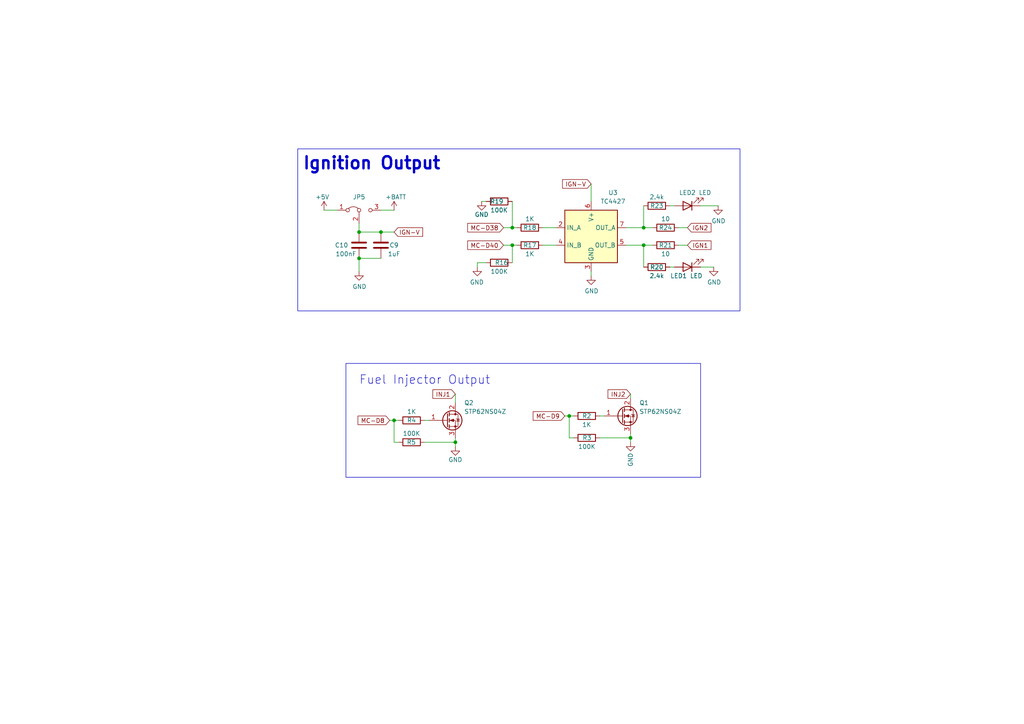
<source format=kicad_sch>
(kicad_sch (version 20230121) (generator eeschema)
  (paper "A4")
  (title_block (title "Pre-Ignition X2") (date "2023-06-15") (rev "B") (company "DetonationEMS"))
  (lib_symbols
    (symbol "Device:C" (pin_numbers hide) (pin_names (offset 0.254))
      (property "Reference" "C" (at 0.635 2.54 0))
      (property "Value" "C" (at 0.635 -2.54 0))
      (symbol "C_0_1"
        (polyline (pts (xy -2.032 -0.762) (xy 2.032 -0.762)) (stroke (width 0.508)))
        (polyline (pts (xy -2.032 0.762) (xy 2.032 0.762)) (stroke (width 0.508)))
      )
      (symbol "C_1_1"
        (pin passive line (at 0 3.81 270) (length 2.794) (name "~") (number "1"))
        (pin passive line (at 0 -3.81 90) (length 2.794) (name "~") (number "2"))
      )
    )
    (symbol "Device:LED" (pin_numbers hide) (pin_names (offset 1.016) hide)
      (property "Reference" "D" (at 0 2.54 0))
      (property "Value" "LED" (at 0 -2.54 0))
      (symbol "LED_0_1"
        (polyline (pts (xy -1.27 -1.27) (xy -1.27 1.27)) (stroke (width 0.254)))
        (polyline (pts (xy -1.27 0) (xy 1.27 0)))
        (polyline (pts (xy 1.27 -1.27) (xy 1.27 1.27) (xy -1.27 0) (xy 1.27 -1.27)) (stroke (width 0.254)))
        (polyline (pts (xy -3.048 -0.762) (xy -4.572 -2.286) (xy -3.81 -2.286) (xy -4.572 -2.286) (xy -4.572 -1.524)))
        (polyline (pts (xy -1.778 -0.762) (xy -3.302 -2.286) (xy -2.54 -2.286) (xy -3.302 -2.286) (xy -3.302 -1.524)))
      )
      (symbol "LED_1_1"
        (pin passive line (at -3.81 0 0) (length 2.54) (name "K") (number "1"))
        (pin passive line (at 3.81 0 180) (length 2.54) (name "A") (number "2"))
      )
    )
    (symbol "Device:Q_NMOS_GDS" (pin_names (offset 0) hide)
      (property "Reference" "Q" (at 5.08 1.27 0))
      (property "Value" "Q_NMOS_GDS" (at 5.08 -1.27 0))
      (symbol "Q_NMOS_GDS_0_1"
        (polyline (pts (xy 0.254 0) (xy -2.54 0)))
        (polyline (pts (xy 0.254 1.905) (xy 0.254 -1.905)) (stroke (width 0.254)))
        (polyline (pts (xy 0.762 -1.27) (xy 0.762 -2.286)) (stroke (width 0.254)))
        (polyline (pts (xy 0.762 0.508) (xy 0.762 -0.508)) (stroke (width 0.254)))
        (polyline (pts (xy 0.762 2.286) (xy 0.762 1.27)) (stroke (width 0.254)))
        (polyline (pts (xy 2.54 2.54) (xy 2.54 1.778)))
        (polyline (pts (xy 2.54 -2.54) (xy 2.54 0) (xy 0.762 0)))
        (polyline (pts (xy 0.762 -1.778) (xy 3.302 -1.778) (xy 3.302 1.778) (xy 0.762 1.778)))
        (polyline (pts (xy 1.016 0) (xy 2.032 0.381) (xy 2.032 -0.381) (xy 1.016 0)) (fill (type outline)))
        (polyline (pts (xy 2.794 0.508) (xy 2.921 0.381) (xy 3.683 0.381) (xy 3.81 0.254)))
        (polyline (pts (xy 3.302 0.381) (xy 2.921 -0.254) (xy 3.683 -0.254) (xy 3.302 0.381)))
        (circle (center 1.651 0) (radius 2.794) (stroke (width 0.254)))
        (circle (center 2.54 -1.778) (radius 0.254) (fill (type outline)))
        (circle (center 2.54 1.778) (radius 0.254) (fill (type outline)))
      )
      (symbol "Q_NMOS_GDS_1_1"
        (pin input line (at -5.08 0 0) (length 2.54) (name "G") (number "1"))
        (pin passive line (at 2.54 5.08 270) (length 2.54) (name "D") (number "2"))
        (pin passive line (at 2.54 -5.08 90) (length 2.54) (name "S") (number "3"))
      )
    )
    (symbol "Device:R" (pin_numbers hide) (pin_names (offset 0))
      (property "Reference" "R" (at 2.032 0 90))
      (property "Value" "R" (at 0 0 90))
      (symbol "R_0_1"
        (rectangle (start -1.016 -2.54) (end 1.016 2.54) (stroke (width 0.254)))
      )
      (symbol "R_1_1"
        (pin passive line (at 0 3.81 270) (length 1.27) (name "~") (number "1"))
        (pin passive line (at 0 -3.81 90) (length 1.27) (name "~") (number "2"))
      )
    )
    (symbol "Driver_FET:MIC4427"
      (property "Reference" "U" (at -7.62 8.89 0))
      (property "Value" "MIC4427" (at 1.27 8.89 0))
      (symbol "MIC4427_0_1"
        (rectangle (start -7.62 -7.62) (end 7.62 7.62) (stroke (width 0.254)) (fill (type background)))
      )
      (symbol "MIC4427_1_1"
        (pin no_connect line (at -7.62 0 0) (length 2.54) hide (name "NC") (number "1"))
        (pin input line (at -10.16 2.54 0) (length 2.54) (name "IN_A") (number "2"))
        (pin power_in line (at 0 -10.16 90) (length 2.54) (name "GND") (number "3"))
        (pin input line (at -10.16 -2.54 0) (length 2.54) (name "IN_B") (number "4"))
        (pin output line (at 10.16 -2.54 180) (length 2.54) (name "OUT_B") (number "5"))
        (pin power_in line (at 0 10.16 270) (length 2.54) (name "V+") (number "6"))
        (pin output line (at 10.16 2.54 180) (length 2.54) (name "OUT_A") (number "7"))
        (pin no_connect line (at 7.62 0 180) (length 2.54) hide (name "NC") (number "8"))
      )
    )
    (symbol "Jumper:Jumper_3_Bridged12" (pin_names (offset 0) hide)
      (property "Reference" "JP" (at -2.54 -2.54 0))
      (property "Value" "Jumper_3_Bridged12" (at 0 2.794 0))
      (symbol "Jumper_3_Bridged12_0_0"
        (circle (center -3.302 0) (radius 0.508))
        (circle (center 0 0) (radius 0.508))
        (circle (center 3.302 0) (radius 0.508))
      )
      (symbol "Jumper_3_Bridged12_0_1"
        (arc (start -0.254 0.508) (mid -1.651 0.9912) (end -3.048 0.508))
        (polyline (pts (xy 0 -1.27) (xy 0 -0.508)))
      )
      (symbol "Jumper_3_Bridged12_1_1"
        (pin passive line (at -6.35 0 0) (length 2.54) (name "A") (number "1"))
        (pin passive line (at 0 -3.81 90) (length 2.54) (name "C") (number "2"))
        (pin passive line (at 6.35 0 180) (length 2.54) (name "B") (number "3"))
      )
    )
    (symbol "power:+5V" (power) (pin_names (offset 0))
      (property "Value" "+5V" (at 0 3.556 0))
      (symbol "+5V_0_1"
        (polyline (pts (xy -0.762 1.27) (xy 0 2.54)))
        (polyline (pts (xy 0 0) (xy 0 2.54)))
        (polyline (pts (xy 0 2.54) (xy 0.762 1.27)))
      )
      (symbol "+5V_1_1"
        (pin power_in line (at 0 0 90) (length 0) hide (name "+5V") (number "1"))
      )
    )
    (symbol "power:+BATT" (power) (pin_names (offset 0))
      (property "Value" "+BATT" (at 0 3.556 0))
      (symbol "+BATT_0_1"
        (polyline (pts (xy -0.762 1.27) (xy 0 2.54)))
        (polyline (pts (xy 0 0) (xy 0 2.54)))
        (polyline (pts (xy 0 2.54) (xy 0.762 1.27)))
      )
      (symbol "+BATT_1_1"
        (pin power_in line (at 0 0 90) (length 0) hide (name "+BATT") (number "1"))
      )
    )
    (symbol "power:GND" (power) (pin_names (offset 0))
      (property "Value" "GND" (at 0 -3.81 0))
      (symbol "GND_0_1"
        (polyline (pts (xy 0 0) (xy 0 -1.27) (xy 1.27 -1.27) (xy 0 -2.54) (xy -1.27 -1.27) (xy 0 -1.27)))
      )
      (symbol "GND_1_1"
        (pin power_in line (at 0 0 270) (length 0) hide (name "GND") (number "1"))
      )
    )
  )
  (junction (at 148.59 66.04))
  (junction (at 132.08 128.27))
  (junction (at 148.59 71.12))
  (junction (at 104.14 67.31))
  (junction (at 165.1 120.65))
  (junction (at 110.49 67.31))
  (junction (at 186.69 71.12))
  (junction (at 186.69 66.04))
  (junction (at 182.88 127))
  (junction (at 104.14 74.93))
  (junction (at 114.3 121.92))
  (wire (pts (xy 189.23 71.12) (xy 186.69 71.12)))
  (wire (pts (xy 123.19 121.92) (xy 124.46 121.92)))
  (wire (pts (xy 114.3 60.96) (xy 110.49 60.96)))
  (wire (pts (xy 181.61 66.04) (xy 186.69 66.04)))
  (wire (pts (xy 171.45 53.34) (xy 171.45 58.42)))
  (wire (pts (xy 123.19 128.27) (xy 132.08 128.27)))
  (wire (pts (xy 165.1 127) (xy 166.37 127)))
  (wire (pts (xy 97.79 60.96) (xy 93.98 60.96)))
  (wire (pts (xy 114.3 121.92) (xy 115.57 121.92)))
  (wire (pts (xy 165.1 120.65) (xy 165.1 127)))
  (wire (pts (xy 203.2 77.47) (xy 207.01 77.47)))
  (wire (pts (xy 186.69 71.12) (xy 181.61 71.12)))
  (wire (pts (xy 104.14 64.77) (xy 104.14 67.31)))
  (wire (pts (xy 132.08 114.3) (xy 132.08 116.84)))
  (wire (pts (xy 114.3 128.27) (xy 115.57 128.27)))
  (wire (pts (xy 132.08 129.54) (xy 132.08 128.27)))
  (wire (pts (xy 171.45 78.74) (xy 171.45 80.01)))
  (wire (pts (xy 182.88 114.3) (xy 182.88 115.57)))
  (wire (pts (xy 186.69 66.04) (xy 189.23 66.04)))
  (wire (pts (xy 163.83 120.65) (xy 165.1 120.65)))
  (wire (pts (xy 186.69 77.47) (xy 186.69 71.12)))
  (wire (pts (xy 157.48 66.04) (xy 161.29 66.04)))
  (wire (pts (xy 104.14 74.93) (xy 110.49 74.93)))
  (wire (pts (xy 140.97 76.2) (xy 138.43 76.2)))
  (wire (pts (xy 195.58 59.69) (xy 194.31 59.69)))
  (wire (pts (xy 138.43 76.2) (xy 138.43 77.47)))
  (wire (pts (xy 182.88 128.27) (xy 182.88 127)))
  (wire (pts (xy 148.59 71.12) (xy 148.59 76.2)))
  (wire (pts (xy 203.2 59.69) (xy 208.28 59.69)))
  (wire (pts (xy 165.1 120.65) (xy 166.37 120.65)))
  (wire (pts (xy 146.05 66.04) (xy 148.59 66.04)))
  (wire (pts (xy 161.29 71.12) (xy 157.48 71.12)))
  (wire (pts (xy 196.85 71.12) (xy 199.39 71.12)))
  (wire (pts (xy 148.59 71.12) (xy 149.86 71.12)))
  (wire (pts (xy 113.03 121.92) (xy 114.3 121.92)))
  (wire (pts (xy 104.14 78.74) (xy 104.14 74.93)))
  (wire (pts (xy 182.88 127) (xy 182.88 125.73)))
  (wire (pts (xy 139.7 58.42) (xy 140.97 58.42)))
  (wire (pts (xy 196.85 66.04) (xy 199.39 66.04)))
  (wire (pts (xy 173.99 127) (xy 182.88 127)))
  (wire (pts (xy 114.3 67.31) (xy 110.49 67.31)))
  (wire (pts (xy 186.69 59.69) (xy 186.69 66.04)))
  (wire (pts (xy 194.31 77.47) (xy 195.58 77.47)))
  (wire (pts (xy 114.3 121.92) (xy 114.3 128.27)))
  (wire (pts (xy 173.99 120.65) (xy 175.26 120.65)))
  (wire (pts (xy 146.05 71.12) (xy 148.59 71.12)))
  (wire (pts (xy 110.49 67.31) (xy 104.14 67.31)))
  (wire (pts (xy 148.59 58.42) (xy 148.59 66.04)))
  (wire (pts (xy 132.08 128.27) (xy 132.08 127)))
  (wire (pts (xy 148.59 66.04) (xy 149.86 66.04)))
  (rectangle (start 100.33 105.41) (end 203.2 138.43))
  (rectangle (start 86.36 43.18) (end 214.63 90.17))
  (text "Ignition Output" (at 87.63 49.53 0) (effects (font (size 3.5 3.5) (thickness 0.7) bold) (justify left bottom)))
  (text "Fuel Injector Output" (at 104.14 111.76 0) (effects (font (size 2.4892 2.4892)) (justify left bottom)))
  (global_label "MC-D38" (shape input) (at 146.05 66.04 180) (property "Intersheetrefs" "${INTERSHEET_REFS}" (effects hide)))
  (global_label "INJ2" (shape input) (at 182.88 114.3 180) (property "Intersheetrefs" "${INTERSHEET_REFS}" (effects hide)))
  (global_label "MC-D40" (shape input) (at 146.05 71.12 180) (property "Intersheetrefs" "${INTERSHEET_REFS}" (effects hide)))
  (global_label "IGN-V" (shape input) (at 114.3 67.31 0) (property "Intersheetrefs" "${INTERSHEET_REFS}" (effects hide)))
  (global_label "INJ1" (shape input) (at 132.08 114.3 180) (property "Intersheetrefs" "${INTERSHEET_REFS}" (effects hide)))
  (global_label "MC-D9" (shape input) (at 163.83 120.65 180) (property "Intersheetrefs" "${INTERSHEET_REFS}" (effects hide)))
  (global_label "IGN-V" (shape input) (at 171.45 53.34 180) (property "Intersheetrefs" "${INTERSHEET_REFS}" (effects hide)))
  (global_label "IGN2" (shape input) (at 199.39 66.04 0) (property "Intersheetrefs" "${INTERSHEET_REFS}" (effects hide)))
  (global_label "IGN1" (shape input) (at 199.39 71.12 0) (property "Intersheetrefs" "${INTERSHEET_REFS}" (effects hide)))
  (global_label "MC-D8" (shape input) (at 113.03 121.92 180) (property "Intersheetrefs" "${INTERSHEET_REFS}" (effects hide)))
  (symbol (lib_id "Device:C") (at 110.49 71.12 0) (unit 1)
    (property "Reference" "C9" (at 114.3 71.12 0))
    (property "Value" "1uF" (at 114.3 73.66 0))
    (property "Footprint" "Capacitor_SMD:C_0603_1608Metric" (effects hide))
    (property "LCSC" "C15849" (effects hide))
  )
  (symbol (lib_id "Device:C") (at 104.14 71.12 0) (unit 1)
    (property "Reference" "C10" (at 99.06 71.12 0))
    (property "Value" "100nF" (at 100.33 73.66 0))
    (property "Footprint" "Capacitor_SMD:C_0603_1608Metric" (effects hide))
    (property "LCSC" "C14663" (effects hide))
  )
  (symbol (lib_id "power:GND") (at 104.14 78.74 0) (unit 1)
    (property "Reference" "#PWR06" (effects hide))
    (property "Value" "GND" (at 104.267 83.1342 0))
  )
  (symbol (lib_id "Driver_FET:MIC4427") (at 171.45 68.58 0) (unit 1)
    (property "Reference" "U3" (at 177.8 55.88 0))
    (property "Value" "TC4427" (at 177.8 58.42 0))
    (property "Footprint" "Package_SO:SOIC-8_3.9x4.9mm_P1.27mm" (effects hide))
    (property "Datasheet" "http://ww1.microchip.com/downloads/en/DeviceDoc/mic4426.pdf" (effects hide))
    (property "LCSC" "C31450" (effects hide))
  )
  (symbol (lib_id "power:GND") (at 171.45 80.01 0) (unit 1)
    (property "Reference" "#PWR07" (effects hide))
    (property "Value" "GND" (at 171.577 84.4042 0))
  )
  (symbol (lib_id "Device:R") (at 153.67 66.04 270) (unit 1)
    (property "Reference" "R18" (at 153.67 66.04 90))
    (property "Value" "1K" (at 153.67 63.5 90))
    (property "Footprint" "Resistor_SMD:R_0603_1608Metric" (effects hide))
    (property "LCSC" "C21190" (effects hide))
  )
  (symbol (lib_id "Device:R") (at 153.67 71.12 270) (unit 1)
    (property "Reference" "R17" (at 153.67 71.12 90))
    (property "Value" "1K" (at 153.67 73.66 90))
    (property "Footprint" "Resistor_SMD:R_0603_1608Metric" (effects hide))
    (property "LCSC" "C21190" (effects hide))
  )
  (symbol (lib_id "Device:R") (at 144.78 58.42 270) (unit 1)
    (property "Reference" "R19" (at 146.05 58.42 90) (effects (justify right)))
    (property "Value" "100K" (at 147.32 60.96 90) (effects (justify right)))
    (property "Footprint" "Resistor_SMD:R_0603_1608Metric" (effects hide))
    (property "LCSC" "C25803" (effects hide))
  )
  (symbol (lib_id "Device:R") (at 144.78 76.2 90) (mirror x) (unit 1)
    (property "Reference" "R16" (at 143.51 76.2 90) (effects (justify right)))
    (property "Value" "100K" (at 142.24 78.74 90) (effects (justify right)))
    (property "Footprint" "Resistor_SMD:R_0603_1608Metric" (effects hide))
    (property "LCSC" "C25803" (effects hide))
  )
  (symbol (lib_id "power:GND") (at 138.43 77.47 0) (mirror y) (unit 1)
    (property "Reference" "#PWR05" (effects hide))
    (property "Value" "GND" (at 138.303 81.8642 0))
  )
  (symbol (lib_id "power:GND") (at 139.7 58.42 0) (unit 1)
    (property "Reference" "#PWR04" (effects hide))
    (property "Value" "GND" (at 139.7 62.23 0))
  )
  (symbol (lib_id "Device:R") (at 119.38 128.27 270) (mirror x) (unit 1)
    (property "Reference" "R5" (at 120.65 128.27 90) (effects (justify right)))
    (property "Value" "100K" (at 121.92 125.73 90) (effects (justify right)))
    (property "Footprint" "Resistor_SMD:R_0603_1608Metric" (effects hide))
    (property "LCSC" "C25803" (effects hide))
  )
  (symbol (lib_id "Device:R") (at 170.18 127 90) (mirror x) (unit 1)
    (property "Reference" "R3" (at 168.91 127 90) (effects (justify right)))
    (property "Value" "100K" (at 167.64 129.54 90) (effects (justify right)))
    (property "Footprint" "Resistor_SMD:R_0603_1608Metric" (effects hide))
    (property "LCSC" "C25803" (effects hide))
  )
  (symbol (lib_id "Device:R") (at 119.38 121.92 270) (mirror x) (unit 1)
    (property "Reference" "R4" (at 119.38 121.92 90))
    (property "Value" "1K" (at 119.38 119.38 90))
    (property "Footprint" "Resistor_SMD:R_0603_1608Metric" (effects hide))
    (property "LCSC" "C21190" (effects hide))
  )
  (symbol (lib_id "Device:R") (at 170.18 120.65 270) (mirror x) (unit 1)
    (property "Reference" "R2" (at 170.18 120.65 90))
    (property "Value" "1K" (at 170.18 123.19 90))
    (property "Footprint" "Resistor_SMD:R_0603_1608Metric" (effects hide))
    (property "LCSC" "C21190" (effects hide))
  )
  (symbol (lib_id "power:+BATT") (at 114.3 60.96 0) (unit 1)
    (property "Reference" "#PWR010" (effects hide))
    (property "Value" "+BATT" (at 111.76 57.15 0) (effects (justify left)))
  )
  (symbol (lib_id "Device:R") (at 193.04 71.12 270) (unit 1)
    (property "Reference" "R21" (at 193.04 71.12 90))
    (property "Value" "10" (at 193.04 73.66 90))
    (property "Footprint" "Resistor_SMD:R_1206_3216Metric" (effects hide))
    (property "LCSC" "C17903" (effects hide))
  )
  (symbol (lib_id "Device:R") (at 193.04 66.04 270) (unit 1)
    (property "Reference" "R24" (at 193.04 66.04 90))
    (property "Value" "10" (at 193.04 63.5 90))
    (property "Footprint" "Resistor_SMD:R_1206_3216Metric" (effects hide))
    (property "LCSC" "C17903" (effects hide))
  )
  (symbol (lib_id "Device:R") (at 190.5 59.69 90) (unit 1)
    (property "Reference" "R23" (at 190.5 59.69 90))
    (property "Value" "2.4k" (at 190.5 57.15 90))
    (property "Footprint" "Resistor_SMD:R_0603_1608Metric" (effects hide))
    (property "LCSC" "C22940" (effects hide))
  )
  (symbol (lib_id "Device:R") (at 190.5 77.47 270) (unit 1)
    (property "Reference" "R20" (at 190.5 77.47 90))
    (property "Value" "2.4k" (at 190.5 80.01 90))
    (property "Footprint" "Resistor_SMD:R_0603_1608Metric" (effects hide))
    (property "LCSC" "C22940" (effects hide))
  )
  (symbol (lib_id "Device:LED") (at 199.39 59.69 180) (unit 1)
    (property "Reference" "LED2" (at 199.39 55.88 0))
    (property "Value" "LED" (at 204.47 55.88 0))
    (property "Footprint" "LED_SMD:LED_0603_1608Metric" (effects hide))
    (property "LCSC" "C2286" (effects hide))
  )
  (symbol (lib_id "Device:LED") (at 199.39 77.47 180) (unit 1)
    (property "Reference" "LED1" (at 196.85 80.01 0))
    (property "Value" "LED" (at 201.93 80.01 0))
    (property "Footprint" "LED_SMD:LED_0603_1608Metric" (effects hide))
    (property "LCSC" "C2286" (effects hide))
  )
  (symbol (lib_id "power:GND") (at 207.01 77.47 0) (unit 1)
    (property "Reference" "#PWR09" (effects hide))
    (property "Value" "GND" (at 207.137 81.8642 0))
  )
  (symbol (lib_id "power:GND") (at 208.28 59.69 0) (unit 1)
    (property "Reference" "#PWR08" (effects hide))
    (property "Value" "GND" (at 208.407 64.0842 0))
  )
  (symbol (lib_id "power:+5V") (at 93.98 60.96 0) (unit 1)
    (property "Reference" "#PWR0133" (effects hide))
    (property "Value" "+5V" (at 91.44 57.15 0) (effects (justify left)))
  )
  (symbol (lib_id "power:GND") (at 132.08 129.54 0) (unit 1)
    (property "Reference" "#PWR0129" (effects hide))
    (property "Value" "GND" (at 132.08 133.35 0))
  )
  (symbol (lib_id "power:GND") (at 182.88 128.27 0) (unit 1)
    (property "Reference" "#PWR0157" (effects hide))
    (property "Value" "GND" (at 182.88 133.35 90))
  )
  (symbol (lib_id "Device:Q_NMOS_GDS") (at 129.54 121.92 0) (unit 1)
    (property "Reference" "Q2" (at 134.62 116.84 0) (effects (justify left)))
    (property "Value" "STP62NS04Z" (at 134.62 119.38 0) (effects (justify left)))
    (property "Footprint" "Package_TO_SOT_THT:TO-220-3_Vertical" (effects hide))
    (property "Description" "STMicroelectronics STP62NS04Z N-channel MOSFET Transistor, 62 A, 33 V, 3-Pin TO-220" (effects hide))
    (property "Height" "4.6" (effects hide))
    (property "Manufacturer_Name" "STMicroelectronics" (effects hide))
    (property "Manufacturer_Part_Number" "STP62NS04Z" (effects hide))
  )
  (symbol (lib_id "Device:Q_NMOS_GDS") (at 180.34 120.65 0) (unit 1)
    (property "Reference" "Q1" (at 185.42 116.84 0) (effects (justify left)))
    (property "Value" "STP62NS04Z" (at 185.42 119.38 0) (effects (justify left)))
    (property "Footprint" "Package_TO_SOT_THT:TO-220-3_Vertical" (effects hide))
    (property "Description" "STMicroelectronics STP62NS04Z N-channel MOSFET Transistor, 62 A, 33 V, 3-Pin TO-220" (effects hide))
    (property "Height" "4.6" (effects hide))
    (property "Manufacturer_Name" "STMicroelectronics" (effects hide))
    (property "Manufacturer_Part_Number" "STP62NS04Z" (effects hide))
    (property "Mouser Part Number" "511-STP62NS04Z" (effects hide))
    (property "Mouser Price/Stock" "https://www.mouser.co.uk/ProductDetail/STMicroelectronics/STP62NS04Z?qs=1tTY8DFIKADI3E3vW2w%2FAQ%3D%3D" (effects hide))
    (property "Arrow Part Number" "STP62NS04Z" (effects hide))
    (property "Arrow Price/Stock" "https://www.arrow.com/en/products/stp62ns04z/stmicroelectronics" (effects hide))
  )
  (symbol (lib_id "Jumper:Jumper_3_Bridged12") (at 104.14 60.96 0) (unit 1)
    (property "Reference" "JP5" (at 104.14 57.15 0))
    (property "Value" "Jumper_3_Bridged12" (effects hide))
    (property "Footprint" "Jumper:SolderJumper-3_P1.3mm_Bridged12_RoundedPad1.0x1.5mm_NumberLabels" (effects hide))
  )
)
</source>
